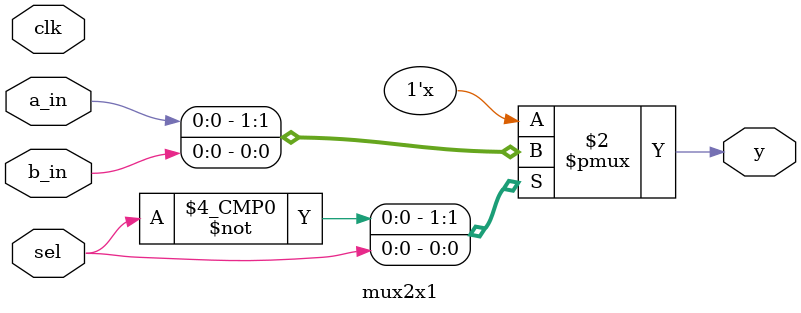
<source format=v>

module mux2x1(
	input clk,
	input sel,
	input  a_in,
	input  b_in,
	output reg y
);

always @(clk or sel) begin
	case(sel) 
		0: y = a_in;
		1: y = b_in;
	endcase
end

endmodule
</source>
